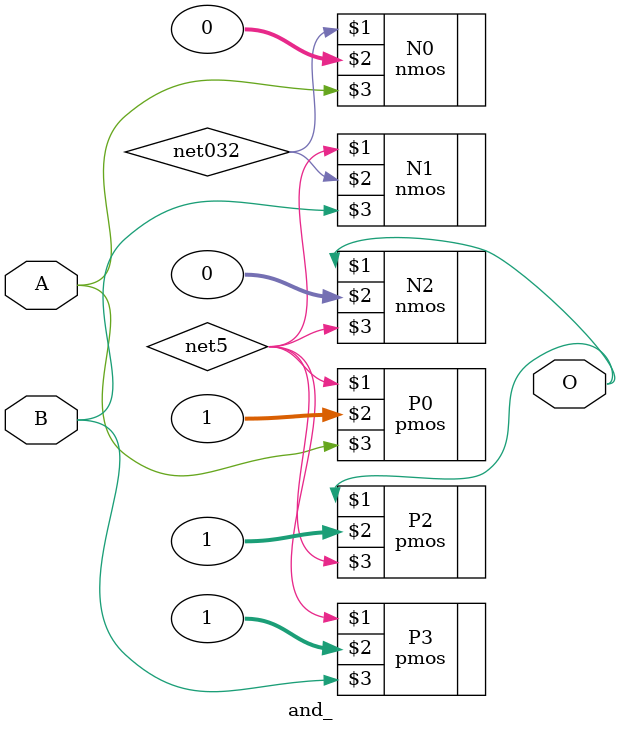
<source format=v>
`timescale 1ns / 1ns 

module and_ ( O, A, B );
output  O;

input  A, B;


specify 
    specparam CDS_LIBNAME  = "ece555_final";
    specparam CDS_CELLNAME = "and";
    specparam CDS_VIEWNAME = "schematic";
endspecify

pmos P3 ( net5, 1, B);
pmos P2 ( O, 1, net5);
pmos P0 ( net5, 1, A);
nmos N2 ( O, 0, net5);
nmos N1 ( net5, net032, B);
nmos N0 ( net032, 0, A);

endmodule

</source>
